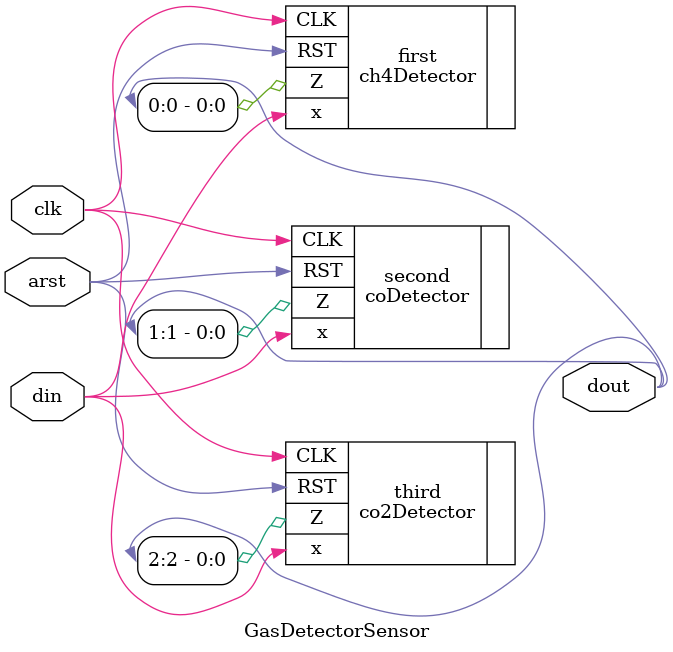
<source format=v>
/*--  *******************************************************
--  Computer Architecture Course, Laboratory Sources 
--  Amirkabir University of Technology (Tehran Polytechnic)
--  Department of Computer Engineering (CE-AUT)
--  https://ce[dot]aut[dot]ac[dot]ir
--  *******************************************************
--  All Rights reserved (C) 2019-2020
--  *******************************************************
--  Student ID  : 
--  Student Name: 
--  Student Mail: 
--  *******************************************************
--  Additional Comments:
--
--*/

/*-----------------------------------------------------------
---  Module Name: Gas Detector Sensor
---  Description: Module2:
-----------------------------------------------------------*/
`timescale 1 ns/1 ns

module GasDetectorSensor (
	input        arst     , // async reset
	input        clk      , // clock posedge
	input        din      , // input data 
	output [2:0] dout       // output data
);

	/* write your code here */
	
	/* write your code here */
	ch4Detector first(.x(din),.Z(dout[0]),.CLK(clk),.RST(arst));
	coDetector second(.x(din),.Z(dout[1]),.CLK(clk),.RST(arst));
	co2Detector third(.x(din),.Z(dout[2]),.CLK(clk),.RST(arst));
endmodule

</source>
